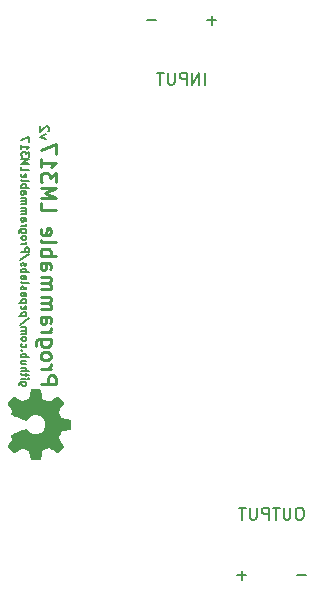
<source format=gbo>
G04 (created by PCBNEW (2013-07-07 BZR 4022)-stable) date 3/25/2015 9:51:04 PM*
%MOIN*%
G04 Gerber Fmt 3.4, Leading zero omitted, Abs format*
%FSLAX34Y34*%
G01*
G70*
G90*
G04 APERTURE LIST*
%ADD10C,0.00590551*%
%ADD11C,0.006*%
%ADD12C,0.005*%
%ADD13C,0.01*%
%ADD14C,0.008*%
%ADD15C,0.0001*%
G04 APERTURE END LIST*
G54D10*
G54D11*
X54478Y-52964D02*
X54278Y-52892D01*
X54478Y-52821D01*
X54550Y-52721D02*
X54564Y-52707D01*
X54578Y-52678D01*
X54578Y-52607D01*
X54564Y-52578D01*
X54550Y-52564D01*
X54521Y-52550D01*
X54492Y-52550D01*
X54450Y-52564D01*
X54278Y-52735D01*
X54278Y-52550D01*
G54D12*
X53815Y-61083D02*
X53613Y-61083D01*
X53589Y-61095D01*
X53577Y-61107D01*
X53565Y-61130D01*
X53565Y-61166D01*
X53577Y-61190D01*
X53660Y-61083D02*
X53648Y-61107D01*
X53648Y-61154D01*
X53660Y-61178D01*
X53672Y-61190D01*
X53696Y-61202D01*
X53767Y-61202D01*
X53791Y-61190D01*
X53803Y-61178D01*
X53815Y-61154D01*
X53815Y-61107D01*
X53803Y-61083D01*
X53648Y-60964D02*
X53815Y-60964D01*
X53898Y-60964D02*
X53886Y-60976D01*
X53875Y-60964D01*
X53886Y-60952D01*
X53898Y-60964D01*
X53875Y-60964D01*
X53815Y-60880D02*
X53815Y-60785D01*
X53898Y-60845D02*
X53684Y-60845D01*
X53660Y-60833D01*
X53648Y-60809D01*
X53648Y-60785D01*
X53648Y-60702D02*
X53898Y-60702D01*
X53648Y-60595D02*
X53779Y-60595D01*
X53803Y-60607D01*
X53815Y-60630D01*
X53815Y-60666D01*
X53803Y-60690D01*
X53791Y-60702D01*
X53815Y-60369D02*
X53648Y-60369D01*
X53815Y-60476D02*
X53684Y-60476D01*
X53660Y-60464D01*
X53648Y-60440D01*
X53648Y-60404D01*
X53660Y-60380D01*
X53672Y-60369D01*
X53648Y-60250D02*
X53898Y-60250D01*
X53803Y-60250D02*
X53815Y-60226D01*
X53815Y-60178D01*
X53803Y-60154D01*
X53791Y-60142D01*
X53767Y-60130D01*
X53696Y-60130D01*
X53672Y-60142D01*
X53660Y-60154D01*
X53648Y-60178D01*
X53648Y-60226D01*
X53660Y-60250D01*
X53672Y-60023D02*
X53660Y-60011D01*
X53648Y-60023D01*
X53660Y-60035D01*
X53672Y-60023D01*
X53648Y-60023D01*
X53660Y-59797D02*
X53648Y-59821D01*
X53648Y-59869D01*
X53660Y-59892D01*
X53672Y-59904D01*
X53696Y-59916D01*
X53767Y-59916D01*
X53791Y-59904D01*
X53803Y-59892D01*
X53815Y-59869D01*
X53815Y-59821D01*
X53803Y-59797D01*
X53648Y-59654D02*
X53660Y-59678D01*
X53672Y-59690D01*
X53696Y-59702D01*
X53767Y-59702D01*
X53791Y-59690D01*
X53803Y-59678D01*
X53815Y-59654D01*
X53815Y-59619D01*
X53803Y-59595D01*
X53791Y-59583D01*
X53767Y-59571D01*
X53696Y-59571D01*
X53672Y-59583D01*
X53660Y-59595D01*
X53648Y-59619D01*
X53648Y-59654D01*
X53648Y-59464D02*
X53815Y-59464D01*
X53791Y-59464D02*
X53803Y-59452D01*
X53815Y-59428D01*
X53815Y-59392D01*
X53803Y-59369D01*
X53779Y-59357D01*
X53648Y-59357D01*
X53779Y-59357D02*
X53803Y-59345D01*
X53815Y-59321D01*
X53815Y-59285D01*
X53803Y-59261D01*
X53779Y-59249D01*
X53648Y-59249D01*
X53910Y-58952D02*
X53589Y-59166D01*
X53815Y-58869D02*
X53565Y-58869D01*
X53803Y-58869D02*
X53815Y-58845D01*
X53815Y-58797D01*
X53803Y-58773D01*
X53791Y-58761D01*
X53767Y-58749D01*
X53696Y-58749D01*
X53672Y-58761D01*
X53660Y-58773D01*
X53648Y-58797D01*
X53648Y-58845D01*
X53660Y-58869D01*
X53660Y-58547D02*
X53648Y-58571D01*
X53648Y-58619D01*
X53660Y-58642D01*
X53684Y-58654D01*
X53779Y-58654D01*
X53803Y-58642D01*
X53815Y-58619D01*
X53815Y-58571D01*
X53803Y-58547D01*
X53779Y-58535D01*
X53755Y-58535D01*
X53732Y-58654D01*
X53815Y-58428D02*
X53565Y-58428D01*
X53803Y-58428D02*
X53815Y-58404D01*
X53815Y-58357D01*
X53803Y-58333D01*
X53791Y-58321D01*
X53767Y-58309D01*
X53696Y-58309D01*
X53672Y-58321D01*
X53660Y-58333D01*
X53648Y-58357D01*
X53648Y-58404D01*
X53660Y-58428D01*
X53648Y-58095D02*
X53779Y-58095D01*
X53803Y-58107D01*
X53815Y-58130D01*
X53815Y-58178D01*
X53803Y-58202D01*
X53660Y-58095D02*
X53648Y-58119D01*
X53648Y-58178D01*
X53660Y-58202D01*
X53684Y-58214D01*
X53708Y-58214D01*
X53732Y-58202D01*
X53744Y-58178D01*
X53744Y-58119D01*
X53755Y-58095D01*
X53660Y-57988D02*
X53648Y-57964D01*
X53648Y-57916D01*
X53660Y-57892D01*
X53684Y-57880D01*
X53696Y-57880D01*
X53720Y-57892D01*
X53732Y-57916D01*
X53732Y-57952D01*
X53744Y-57976D01*
X53767Y-57988D01*
X53779Y-57988D01*
X53803Y-57976D01*
X53815Y-57952D01*
X53815Y-57916D01*
X53803Y-57892D01*
X53648Y-57738D02*
X53660Y-57761D01*
X53684Y-57773D01*
X53898Y-57773D01*
X53648Y-57535D02*
X53779Y-57535D01*
X53803Y-57547D01*
X53815Y-57571D01*
X53815Y-57619D01*
X53803Y-57642D01*
X53660Y-57535D02*
X53648Y-57559D01*
X53648Y-57619D01*
X53660Y-57642D01*
X53684Y-57654D01*
X53708Y-57654D01*
X53732Y-57642D01*
X53744Y-57619D01*
X53744Y-57559D01*
X53755Y-57535D01*
X53648Y-57416D02*
X53898Y-57416D01*
X53803Y-57416D02*
X53815Y-57392D01*
X53815Y-57345D01*
X53803Y-57321D01*
X53791Y-57309D01*
X53767Y-57297D01*
X53696Y-57297D01*
X53672Y-57309D01*
X53660Y-57321D01*
X53648Y-57345D01*
X53648Y-57392D01*
X53660Y-57416D01*
X53660Y-57202D02*
X53648Y-57178D01*
X53648Y-57130D01*
X53660Y-57107D01*
X53684Y-57095D01*
X53696Y-57095D01*
X53720Y-57107D01*
X53732Y-57130D01*
X53732Y-57166D01*
X53744Y-57190D01*
X53767Y-57202D01*
X53779Y-57202D01*
X53803Y-57190D01*
X53815Y-57166D01*
X53815Y-57130D01*
X53803Y-57107D01*
X53910Y-56809D02*
X53589Y-57023D01*
X53648Y-56726D02*
X53898Y-56726D01*
X53898Y-56630D01*
X53886Y-56607D01*
X53875Y-56595D01*
X53851Y-56583D01*
X53815Y-56583D01*
X53791Y-56595D01*
X53779Y-56607D01*
X53767Y-56630D01*
X53767Y-56726D01*
X53648Y-56476D02*
X53815Y-56476D01*
X53767Y-56476D02*
X53791Y-56464D01*
X53803Y-56452D01*
X53815Y-56428D01*
X53815Y-56404D01*
X53648Y-56285D02*
X53660Y-56309D01*
X53672Y-56321D01*
X53696Y-56333D01*
X53767Y-56333D01*
X53791Y-56321D01*
X53803Y-56309D01*
X53815Y-56285D01*
X53815Y-56249D01*
X53803Y-56226D01*
X53791Y-56214D01*
X53767Y-56202D01*
X53696Y-56202D01*
X53672Y-56214D01*
X53660Y-56226D01*
X53648Y-56249D01*
X53648Y-56285D01*
X53815Y-55988D02*
X53613Y-55988D01*
X53589Y-55999D01*
X53577Y-56011D01*
X53565Y-56035D01*
X53565Y-56071D01*
X53577Y-56095D01*
X53660Y-55988D02*
X53648Y-56011D01*
X53648Y-56059D01*
X53660Y-56083D01*
X53672Y-56095D01*
X53696Y-56107D01*
X53767Y-56107D01*
X53791Y-56095D01*
X53803Y-56083D01*
X53815Y-56059D01*
X53815Y-56011D01*
X53803Y-55988D01*
X53648Y-55869D02*
X53815Y-55869D01*
X53767Y-55869D02*
X53791Y-55857D01*
X53803Y-55845D01*
X53815Y-55821D01*
X53815Y-55797D01*
X53648Y-55607D02*
X53779Y-55607D01*
X53803Y-55619D01*
X53815Y-55642D01*
X53815Y-55690D01*
X53803Y-55714D01*
X53660Y-55607D02*
X53648Y-55630D01*
X53648Y-55690D01*
X53660Y-55714D01*
X53684Y-55726D01*
X53708Y-55726D01*
X53732Y-55714D01*
X53744Y-55690D01*
X53744Y-55630D01*
X53755Y-55607D01*
X53648Y-55488D02*
X53815Y-55488D01*
X53791Y-55488D02*
X53803Y-55476D01*
X53815Y-55452D01*
X53815Y-55416D01*
X53803Y-55392D01*
X53779Y-55380D01*
X53648Y-55380D01*
X53779Y-55380D02*
X53803Y-55369D01*
X53815Y-55345D01*
X53815Y-55309D01*
X53803Y-55285D01*
X53779Y-55273D01*
X53648Y-55273D01*
X53648Y-55154D02*
X53815Y-55154D01*
X53791Y-55154D02*
X53803Y-55142D01*
X53815Y-55119D01*
X53815Y-55083D01*
X53803Y-55059D01*
X53779Y-55047D01*
X53648Y-55047D01*
X53779Y-55047D02*
X53803Y-55035D01*
X53815Y-55011D01*
X53815Y-54976D01*
X53803Y-54952D01*
X53779Y-54940D01*
X53648Y-54940D01*
X53648Y-54714D02*
X53779Y-54714D01*
X53803Y-54726D01*
X53815Y-54749D01*
X53815Y-54797D01*
X53803Y-54821D01*
X53660Y-54714D02*
X53648Y-54738D01*
X53648Y-54797D01*
X53660Y-54821D01*
X53684Y-54833D01*
X53708Y-54833D01*
X53732Y-54821D01*
X53744Y-54797D01*
X53744Y-54738D01*
X53755Y-54714D01*
X53648Y-54595D02*
X53898Y-54595D01*
X53803Y-54595D02*
X53815Y-54571D01*
X53815Y-54523D01*
X53803Y-54499D01*
X53791Y-54488D01*
X53767Y-54476D01*
X53696Y-54476D01*
X53672Y-54488D01*
X53660Y-54499D01*
X53648Y-54523D01*
X53648Y-54571D01*
X53660Y-54595D01*
X53648Y-54333D02*
X53660Y-54357D01*
X53684Y-54369D01*
X53898Y-54369D01*
X53660Y-54142D02*
X53648Y-54166D01*
X53648Y-54214D01*
X53660Y-54238D01*
X53684Y-54249D01*
X53779Y-54249D01*
X53803Y-54238D01*
X53815Y-54214D01*
X53815Y-54166D01*
X53803Y-54142D01*
X53779Y-54130D01*
X53755Y-54130D01*
X53732Y-54249D01*
X53648Y-53904D02*
X53648Y-54023D01*
X53898Y-54023D01*
X53648Y-53821D02*
X53898Y-53821D01*
X53720Y-53738D01*
X53898Y-53654D01*
X53648Y-53654D01*
X53898Y-53559D02*
X53898Y-53404D01*
X53803Y-53488D01*
X53803Y-53452D01*
X53791Y-53428D01*
X53779Y-53416D01*
X53755Y-53404D01*
X53696Y-53404D01*
X53672Y-53416D01*
X53660Y-53428D01*
X53648Y-53452D01*
X53648Y-53523D01*
X53660Y-53547D01*
X53672Y-53559D01*
X53648Y-53166D02*
X53648Y-53309D01*
X53648Y-53238D02*
X53898Y-53238D01*
X53863Y-53261D01*
X53839Y-53285D01*
X53827Y-53309D01*
X53898Y-53083D02*
X53898Y-52916D01*
X53648Y-53023D01*
G54D13*
X54297Y-61130D02*
X54797Y-61130D01*
X54797Y-60940D01*
X54773Y-60892D01*
X54750Y-60869D01*
X54702Y-60845D01*
X54630Y-60845D01*
X54583Y-60869D01*
X54559Y-60892D01*
X54535Y-60940D01*
X54535Y-61130D01*
X54297Y-60630D02*
X54630Y-60630D01*
X54535Y-60630D02*
X54583Y-60607D01*
X54607Y-60583D01*
X54630Y-60535D01*
X54630Y-60488D01*
X54297Y-60250D02*
X54321Y-60297D01*
X54345Y-60321D01*
X54392Y-60345D01*
X54535Y-60345D01*
X54583Y-60321D01*
X54607Y-60297D01*
X54630Y-60250D01*
X54630Y-60178D01*
X54607Y-60130D01*
X54583Y-60107D01*
X54535Y-60083D01*
X54392Y-60083D01*
X54345Y-60107D01*
X54321Y-60130D01*
X54297Y-60178D01*
X54297Y-60250D01*
X54630Y-59654D02*
X54226Y-59654D01*
X54178Y-59678D01*
X54154Y-59702D01*
X54130Y-59750D01*
X54130Y-59821D01*
X54154Y-59869D01*
X54321Y-59654D02*
X54297Y-59702D01*
X54297Y-59797D01*
X54321Y-59845D01*
X54345Y-59869D01*
X54392Y-59892D01*
X54535Y-59892D01*
X54583Y-59869D01*
X54607Y-59845D01*
X54630Y-59797D01*
X54630Y-59702D01*
X54607Y-59654D01*
X54297Y-59416D02*
X54630Y-59416D01*
X54535Y-59416D02*
X54583Y-59392D01*
X54607Y-59369D01*
X54630Y-59321D01*
X54630Y-59273D01*
X54297Y-58892D02*
X54559Y-58892D01*
X54607Y-58916D01*
X54630Y-58964D01*
X54630Y-59059D01*
X54607Y-59107D01*
X54321Y-58892D02*
X54297Y-58940D01*
X54297Y-59059D01*
X54321Y-59107D01*
X54369Y-59130D01*
X54416Y-59130D01*
X54464Y-59107D01*
X54488Y-59059D01*
X54488Y-58940D01*
X54511Y-58892D01*
X54297Y-58654D02*
X54630Y-58654D01*
X54583Y-58654D02*
X54607Y-58630D01*
X54630Y-58583D01*
X54630Y-58511D01*
X54607Y-58464D01*
X54559Y-58440D01*
X54297Y-58440D01*
X54559Y-58440D02*
X54607Y-58416D01*
X54630Y-58369D01*
X54630Y-58297D01*
X54607Y-58250D01*
X54559Y-58226D01*
X54297Y-58226D01*
X54297Y-57988D02*
X54630Y-57988D01*
X54583Y-57988D02*
X54607Y-57964D01*
X54630Y-57916D01*
X54630Y-57845D01*
X54607Y-57797D01*
X54559Y-57773D01*
X54297Y-57773D01*
X54559Y-57773D02*
X54607Y-57750D01*
X54630Y-57702D01*
X54630Y-57630D01*
X54607Y-57583D01*
X54559Y-57559D01*
X54297Y-57559D01*
X54297Y-57107D02*
X54559Y-57107D01*
X54607Y-57130D01*
X54630Y-57178D01*
X54630Y-57273D01*
X54607Y-57321D01*
X54321Y-57107D02*
X54297Y-57154D01*
X54297Y-57273D01*
X54321Y-57321D01*
X54369Y-57345D01*
X54416Y-57345D01*
X54464Y-57321D01*
X54488Y-57273D01*
X54488Y-57154D01*
X54511Y-57107D01*
X54297Y-56869D02*
X54797Y-56869D01*
X54607Y-56869D02*
X54630Y-56821D01*
X54630Y-56726D01*
X54607Y-56678D01*
X54583Y-56654D01*
X54535Y-56630D01*
X54392Y-56630D01*
X54345Y-56654D01*
X54321Y-56678D01*
X54297Y-56726D01*
X54297Y-56821D01*
X54321Y-56869D01*
X54297Y-56345D02*
X54321Y-56392D01*
X54369Y-56416D01*
X54797Y-56416D01*
X54321Y-55964D02*
X54297Y-56011D01*
X54297Y-56107D01*
X54321Y-56154D01*
X54369Y-56178D01*
X54559Y-56178D01*
X54607Y-56154D01*
X54630Y-56107D01*
X54630Y-56011D01*
X54607Y-55964D01*
X54559Y-55940D01*
X54511Y-55940D01*
X54464Y-56178D01*
X54297Y-55107D02*
X54297Y-55345D01*
X54797Y-55345D01*
X54297Y-54940D02*
X54797Y-54940D01*
X54440Y-54773D01*
X54797Y-54607D01*
X54297Y-54607D01*
X54797Y-54416D02*
X54797Y-54107D01*
X54607Y-54273D01*
X54607Y-54202D01*
X54583Y-54154D01*
X54559Y-54130D01*
X54511Y-54107D01*
X54392Y-54107D01*
X54345Y-54130D01*
X54321Y-54154D01*
X54297Y-54202D01*
X54297Y-54345D01*
X54321Y-54392D01*
X54345Y-54416D01*
X54297Y-53630D02*
X54297Y-53916D01*
X54297Y-53773D02*
X54797Y-53773D01*
X54726Y-53821D01*
X54678Y-53869D01*
X54654Y-53916D01*
X54797Y-53464D02*
X54797Y-53130D01*
X54297Y-53345D01*
G54D14*
X59771Y-51161D02*
X59771Y-50761D01*
X59580Y-51161D02*
X59580Y-50761D01*
X59352Y-51161D01*
X59352Y-50761D01*
X59161Y-51161D02*
X59161Y-50761D01*
X59009Y-50761D01*
X58971Y-50780D01*
X58952Y-50800D01*
X58933Y-50838D01*
X58933Y-50895D01*
X58952Y-50933D01*
X58971Y-50952D01*
X59009Y-50971D01*
X59161Y-50971D01*
X58761Y-50761D02*
X58761Y-51085D01*
X58742Y-51123D01*
X58723Y-51142D01*
X58685Y-51161D01*
X58609Y-51161D01*
X58571Y-51142D01*
X58552Y-51123D01*
X58533Y-51085D01*
X58533Y-50761D01*
X58399Y-50761D02*
X58171Y-50761D01*
X58285Y-51161D02*
X58285Y-50761D01*
X62961Y-65261D02*
X62885Y-65261D01*
X62847Y-65280D01*
X62809Y-65319D01*
X62790Y-65395D01*
X62790Y-65528D01*
X62809Y-65604D01*
X62847Y-65642D01*
X62885Y-65661D01*
X62961Y-65661D01*
X62999Y-65642D01*
X63038Y-65604D01*
X63057Y-65528D01*
X63057Y-65395D01*
X63038Y-65319D01*
X62999Y-65280D01*
X62961Y-65261D01*
X62619Y-65261D02*
X62619Y-65585D01*
X62599Y-65623D01*
X62580Y-65642D01*
X62542Y-65661D01*
X62466Y-65661D01*
X62428Y-65642D01*
X62409Y-65623D01*
X62390Y-65585D01*
X62390Y-65261D01*
X62257Y-65261D02*
X62028Y-65261D01*
X62142Y-65661D02*
X62142Y-65261D01*
X61895Y-65661D02*
X61895Y-65261D01*
X61742Y-65261D01*
X61704Y-65280D01*
X61685Y-65300D01*
X61666Y-65338D01*
X61666Y-65395D01*
X61685Y-65433D01*
X61704Y-65452D01*
X61742Y-65471D01*
X61895Y-65471D01*
X61495Y-65261D02*
X61495Y-65585D01*
X61476Y-65623D01*
X61457Y-65642D01*
X61419Y-65661D01*
X61342Y-65661D01*
X61304Y-65642D01*
X61285Y-65623D01*
X61266Y-65585D01*
X61266Y-65261D01*
X61133Y-65261D02*
X60904Y-65261D01*
X61019Y-65661D02*
X61019Y-65261D01*
X58152Y-49009D02*
X57847Y-49009D01*
X60152Y-49009D02*
X59847Y-49009D01*
X60000Y-49161D02*
X60000Y-48857D01*
X63152Y-67509D02*
X62847Y-67509D01*
X61152Y-67509D02*
X60847Y-67509D01*
X61000Y-67661D02*
X61000Y-67357D01*
G54D15*
G36*
X53189Y-63216D02*
X53196Y-63203D01*
X53213Y-63176D01*
X53239Y-63136D01*
X53270Y-63090D01*
X53302Y-63043D01*
X53328Y-63004D01*
X53345Y-62977D01*
X53351Y-62966D01*
X53349Y-62960D01*
X53338Y-62938D01*
X53321Y-62906D01*
X53312Y-62887D01*
X53299Y-62857D01*
X53296Y-62843D01*
X53300Y-62840D01*
X53323Y-62829D01*
X53362Y-62812D01*
X53413Y-62790D01*
X53473Y-62764D01*
X53538Y-62737D01*
X53604Y-62710D01*
X53666Y-62684D01*
X53723Y-62660D01*
X53769Y-62642D01*
X53801Y-62630D01*
X53815Y-62625D01*
X53818Y-62627D01*
X53832Y-62641D01*
X53851Y-62667D01*
X53897Y-62723D01*
X53966Y-62778D01*
X54044Y-62812D01*
X54131Y-62823D01*
X54211Y-62814D01*
X54288Y-62782D01*
X54358Y-62728D01*
X54410Y-62662D01*
X54442Y-62586D01*
X54453Y-62500D01*
X54444Y-62418D01*
X54413Y-62339D01*
X54360Y-62269D01*
X54326Y-62240D01*
X54255Y-62199D01*
X54180Y-62176D01*
X54161Y-62174D01*
X54078Y-62177D01*
X53998Y-62202D01*
X53927Y-62245D01*
X53869Y-62306D01*
X53863Y-62314D01*
X53842Y-62342D01*
X53828Y-62361D01*
X53816Y-62376D01*
X53561Y-62270D01*
X53521Y-62253D01*
X53452Y-62224D01*
X53392Y-62199D01*
X53344Y-62178D01*
X53312Y-62164D01*
X53299Y-62158D01*
X53299Y-62157D01*
X53297Y-62148D01*
X53304Y-62129D01*
X53321Y-62093D01*
X53333Y-62070D01*
X53346Y-62043D01*
X53351Y-62031D01*
X53346Y-62020D01*
X53329Y-61994D01*
X53303Y-61957D01*
X53273Y-61911D01*
X53243Y-61868D01*
X53217Y-61828D01*
X53198Y-61799D01*
X53191Y-61785D01*
X53191Y-61783D01*
X53198Y-61770D01*
X53217Y-61747D01*
X53250Y-61713D01*
X53298Y-61664D01*
X53305Y-61656D01*
X53346Y-61616D01*
X53381Y-61583D01*
X53405Y-61561D01*
X53416Y-61553D01*
X53416Y-61553D01*
X53430Y-61561D01*
X53459Y-61579D01*
X53499Y-61605D01*
X53547Y-61637D01*
X53669Y-61722D01*
X53784Y-61675D01*
X53820Y-61661D01*
X53863Y-61643D01*
X53893Y-61630D01*
X53907Y-61623D01*
X53911Y-61610D01*
X53919Y-61579D01*
X53928Y-61533D01*
X53938Y-61478D01*
X53948Y-61426D01*
X53957Y-61379D01*
X53963Y-61345D01*
X53966Y-61330D01*
X53969Y-61326D01*
X53976Y-61323D01*
X53992Y-61321D01*
X54021Y-61320D01*
X54066Y-61319D01*
X54131Y-61319D01*
X54138Y-61319D01*
X54200Y-61320D01*
X54249Y-61321D01*
X54281Y-61323D01*
X54294Y-61325D01*
X54294Y-61325D01*
X54298Y-61340D01*
X54305Y-61373D01*
X54314Y-61420D01*
X54325Y-61476D01*
X54325Y-61480D01*
X54336Y-61536D01*
X54346Y-61582D01*
X54353Y-61615D01*
X54358Y-61629D01*
X54362Y-61632D01*
X54384Y-61643D01*
X54418Y-61659D01*
X54460Y-61678D01*
X54504Y-61696D01*
X54544Y-61712D01*
X54573Y-61722D01*
X54587Y-61725D01*
X54587Y-61725D01*
X54600Y-61717D01*
X54629Y-61698D01*
X54669Y-61670D01*
X54717Y-61638D01*
X54721Y-61635D01*
X54768Y-61603D01*
X54808Y-61577D01*
X54836Y-61560D01*
X54849Y-61553D01*
X54850Y-61553D01*
X54864Y-61564D01*
X54891Y-61588D01*
X54927Y-61623D01*
X54968Y-61664D01*
X54981Y-61677D01*
X55026Y-61723D01*
X55055Y-61755D01*
X55071Y-61775D01*
X55075Y-61784D01*
X55074Y-61785D01*
X55066Y-61799D01*
X55046Y-61829D01*
X55019Y-61869D01*
X54986Y-61917D01*
X54984Y-61920D01*
X54952Y-61968D01*
X54925Y-62007D01*
X54907Y-62035D01*
X54900Y-62047D01*
X54900Y-62049D01*
X54905Y-62068D01*
X54917Y-62102D01*
X54933Y-62143D01*
X54950Y-62187D01*
X54967Y-62227D01*
X54981Y-62256D01*
X54989Y-62270D01*
X54989Y-62271D01*
X55006Y-62276D01*
X55042Y-62284D01*
X55090Y-62294D01*
X55148Y-62305D01*
X55157Y-62307D01*
X55214Y-62317D01*
X55260Y-62326D01*
X55292Y-62333D01*
X55306Y-62336D01*
X55307Y-62344D01*
X55309Y-62372D01*
X55311Y-62414D01*
X55311Y-62465D01*
X55311Y-62518D01*
X55310Y-62570D01*
X55308Y-62614D01*
X55306Y-62646D01*
X55303Y-62660D01*
X55302Y-62660D01*
X55285Y-62665D01*
X55250Y-62673D01*
X55201Y-62683D01*
X55143Y-62694D01*
X55132Y-62696D01*
X55076Y-62706D01*
X55030Y-62716D01*
X54999Y-62723D01*
X54986Y-62726D01*
X54984Y-62731D01*
X54973Y-62754D01*
X54958Y-62792D01*
X54939Y-62839D01*
X54895Y-62947D01*
X54986Y-63079D01*
X54994Y-63091D01*
X55027Y-63139D01*
X55053Y-63178D01*
X55070Y-63206D01*
X55077Y-63217D01*
X55076Y-63218D01*
X55065Y-63231D01*
X55040Y-63257D01*
X55005Y-63293D01*
X54964Y-63335D01*
X54933Y-63366D01*
X54896Y-63402D01*
X54871Y-63425D01*
X54855Y-63438D01*
X54845Y-63443D01*
X54838Y-63441D01*
X54825Y-63433D01*
X54796Y-63413D01*
X54755Y-63386D01*
X54709Y-63354D01*
X54669Y-63327D01*
X54625Y-63298D01*
X54593Y-63280D01*
X54578Y-63273D01*
X54571Y-63275D01*
X54545Y-63284D01*
X54506Y-63300D01*
X54459Y-63320D01*
X54354Y-63366D01*
X54341Y-63435D01*
X54333Y-63476D01*
X54322Y-63535D01*
X54311Y-63591D01*
X54294Y-63678D01*
X53975Y-63681D01*
X53969Y-63667D01*
X53965Y-63654D01*
X53958Y-63622D01*
X53949Y-63576D01*
X53939Y-63522D01*
X53930Y-63475D01*
X53921Y-63429D01*
X53915Y-63395D01*
X53912Y-63380D01*
X53907Y-63377D01*
X53884Y-63365D01*
X53848Y-63348D01*
X53805Y-63330D01*
X53760Y-63311D01*
X53719Y-63295D01*
X53687Y-63283D01*
X53671Y-63279D01*
X53659Y-63285D01*
X53631Y-63303D01*
X53592Y-63329D01*
X53546Y-63360D01*
X53499Y-63392D01*
X53460Y-63419D01*
X53431Y-63438D01*
X53418Y-63445D01*
X53409Y-63441D01*
X53387Y-63423D01*
X53351Y-63388D01*
X53299Y-63336D01*
X53291Y-63327D01*
X53251Y-63286D01*
X53219Y-63251D01*
X53197Y-63227D01*
X53189Y-63216D01*
X53189Y-63216D01*
G37*
M02*

</source>
